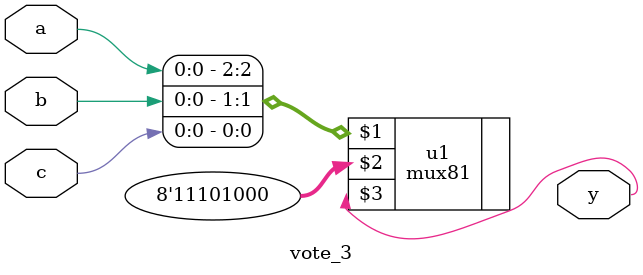
<source format=v>
`timescale 1ns / 1ps


module vote_3(
    input a,
    input b,
    input c,
    output y
    );
    mux81 u1({a, b, c}, 8'b11101000, y);
endmodule

</source>
